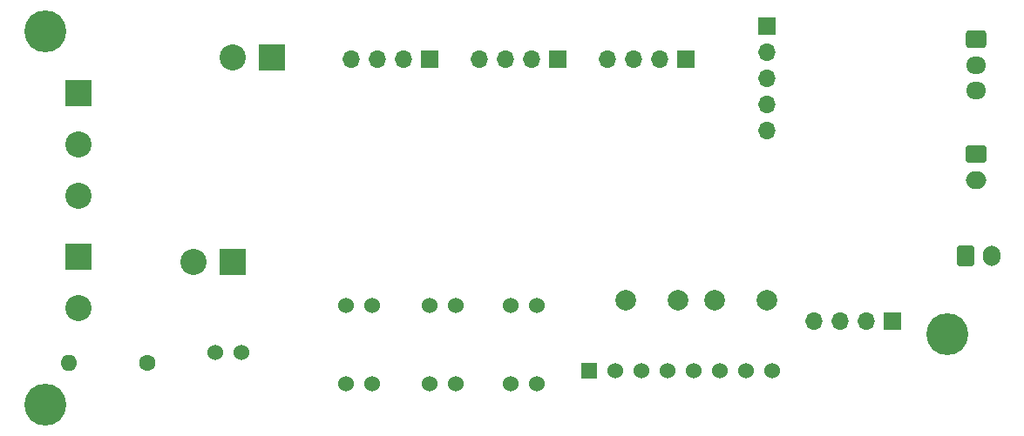
<source format=gts>
G04 #@! TF.GenerationSoftware,KiCad,Pcbnew,7.0.5-7.0.5~ubuntu20.04.1*
G04 #@! TF.CreationDate,2023-07-15T12:39:55+02:00*
G04 #@! TF.ProjectId,omega-dca,6f6d6567-612d-4646-9361-2e6b69636164,rev?*
G04 #@! TF.SameCoordinates,Original*
G04 #@! TF.FileFunction,Soldermask,Top*
G04 #@! TF.FilePolarity,Negative*
%FSLAX46Y46*%
G04 Gerber Fmt 4.6, Leading zero omitted, Abs format (unit mm)*
G04 Created by KiCad (PCBNEW 7.0.5-7.0.5~ubuntu20.04.1) date 2023-07-15 12:39:55*
%MOMM*%
%LPD*%
G01*
G04 APERTURE LIST*
G04 Aperture macros list*
%AMRoundRect*
0 Rectangle with rounded corners*
0 $1 Rounding radius*
0 $2 $3 $4 $5 $6 $7 $8 $9 X,Y pos of 4 corners*
0 Add a 4 corners polygon primitive as box body*
4,1,4,$2,$3,$4,$5,$6,$7,$8,$9,$2,$3,0*
0 Add four circle primitives for the rounded corners*
1,1,$1+$1,$2,$3*
1,1,$1+$1,$4,$5*
1,1,$1+$1,$6,$7*
1,1,$1+$1,$8,$9*
0 Add four rect primitives between the rounded corners*
20,1,$1+$1,$2,$3,$4,$5,0*
20,1,$1+$1,$4,$5,$6,$7,0*
20,1,$1+$1,$6,$7,$8,$9,0*
20,1,$1+$1,$8,$9,$2,$3,0*%
G04 Aperture macros list end*
%ADD10R,1.524000X1.524000*%
%ADD11C,1.524000*%
%ADD12C,2.000000*%
%ADD13R,1.700000X1.700000*%
%ADD14O,1.700000X1.700000*%
%ADD15RoundRect,0.250000X-0.750000X0.600000X-0.750000X-0.600000X0.750000X-0.600000X0.750000X0.600000X0*%
%ADD16O,2.000000X1.700000*%
%ADD17R,2.540000X2.540000*%
%ADD18C,2.540000*%
%ADD19C,1.600000*%
%ADD20O,1.600000X1.600000*%
%ADD21RoundRect,0.250000X-0.725000X0.600000X-0.725000X-0.600000X0.725000X-0.600000X0.725000X0.600000X0*%
%ADD22O,1.950000X1.700000*%
%ADD23C,4.064000*%
%ADD24RoundRect,0.250000X-0.600000X-0.750000X0.600000X-0.750000X0.600000X0.750000X-0.600000X0.750000X0*%
%ADD25O,1.700000X2.000000*%
G04 APERTURE END LIST*
D10*
X71628000Y-140716000D03*
D11*
X74168000Y-140716000D03*
X76708000Y-140716000D03*
X79248000Y-140716000D03*
X81788000Y-140716000D03*
X84328000Y-140716000D03*
X86868000Y-140716000D03*
X89408000Y-140716000D03*
D12*
X88860000Y-133858000D03*
X83860000Y-133858000D03*
D11*
X35306000Y-138938000D03*
X37846000Y-138938000D03*
D13*
X56139500Y-110428000D03*
D14*
X51059500Y-110428000D03*
X53599500Y-110428000D03*
X48519500Y-110428000D03*
D15*
X109220000Y-119634000D03*
D16*
X109220000Y-122134000D03*
D17*
X21996140Y-113707680D03*
D18*
X21996140Y-118706400D03*
X21996140Y-123707660D03*
D19*
X28702000Y-139954000D03*
D20*
X21082000Y-139954000D03*
D13*
X88870000Y-107188000D03*
D14*
X88870000Y-109728000D03*
X88870000Y-112268000D03*
X88870000Y-114808000D03*
X88870000Y-117348000D03*
D21*
X109220000Y-108458000D03*
D22*
X109220000Y-110958000D03*
X109220000Y-113458000D03*
D13*
X81031500Y-110428000D03*
D14*
X75951500Y-110428000D03*
X78491500Y-110428000D03*
X73411500Y-110428000D03*
D23*
X18796000Y-107696000D03*
D11*
X66514500Y-134362500D03*
X63974500Y-134362500D03*
X66514500Y-141982500D03*
X63974500Y-141982500D03*
X58679000Y-134362500D03*
X56139000Y-134362500D03*
X58679000Y-141982500D03*
X56139000Y-141982500D03*
D13*
X101082000Y-135890000D03*
D14*
X98542000Y-135890000D03*
X96002000Y-135890000D03*
X93462000Y-135890000D03*
D12*
X80224000Y-133858000D03*
X75224000Y-133858000D03*
D11*
X50551000Y-134362500D03*
X48011000Y-134362500D03*
X50551000Y-141982500D03*
X48011000Y-141982500D03*
D17*
X21996140Y-129580640D03*
D18*
X21996140Y-134579360D03*
D23*
X106426000Y-137160000D03*
D13*
X68585500Y-110428000D03*
D14*
X63505500Y-110428000D03*
X66045500Y-110428000D03*
X60965500Y-110428000D03*
D23*
X18796000Y-144018000D03*
D24*
X108204000Y-129540000D03*
D25*
X110704000Y-129540000D03*
D17*
X40830500Y-110236000D03*
D18*
X37020000Y-110236000D03*
D17*
X37020500Y-130157787D03*
D18*
X33210500Y-130157787D03*
M02*

</source>
